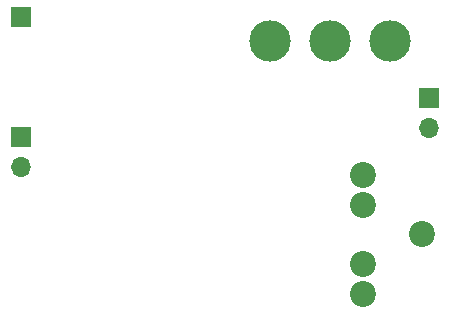
<source format=gbr>
%TF.GenerationSoftware,KiCad,Pcbnew,5.1.10-88a1d61d58~88~ubuntu16.04.1*%
%TF.CreationDate,2021-09-03T12:29:31+02:00*%
%TF.ProjectId,80mrx,38306d72-782e-46b6-9963-61645f706362,rev?*%
%TF.SameCoordinates,Original*%
%TF.FileFunction,Soldermask,Bot*%
%TF.FilePolarity,Negative*%
%FSLAX46Y46*%
G04 Gerber Fmt 4.6, Leading zero omitted, Abs format (unit mm)*
G04 Created by KiCad (PCBNEW 5.1.10-88a1d61d58~88~ubuntu16.04.1) date 2021-09-03 12:29:31*
%MOMM*%
%LPD*%
G01*
G04 APERTURE LIST*
%ADD10C,2.200000*%
%ADD11R,1.700000X1.700000*%
%ADD12O,1.700000X1.700000*%
%ADD13C,3.500000*%
G04 APERTURE END LIST*
D10*
%TO.C,J1*%
X156972000Y-96988000D03*
X156972000Y-99488000D03*
X156972000Y-104488000D03*
X156972000Y-106988000D03*
X161972000Y-101988000D03*
%TD*%
D11*
%TO.C,AE1*%
X128016000Y-83566000D03*
%TD*%
D12*
%TO.C,BT1*%
X162560000Y-92964000D03*
D11*
X162560000Y-90424000D03*
%TD*%
%TO.C,L1*%
X128016000Y-93726000D03*
D12*
X128016000Y-96266000D03*
%TD*%
D13*
%TO.C,RV1*%
X149098000Y-85598000D03*
X154178000Y-85598000D03*
X159258000Y-85598000D03*
%TD*%
M02*

</source>
